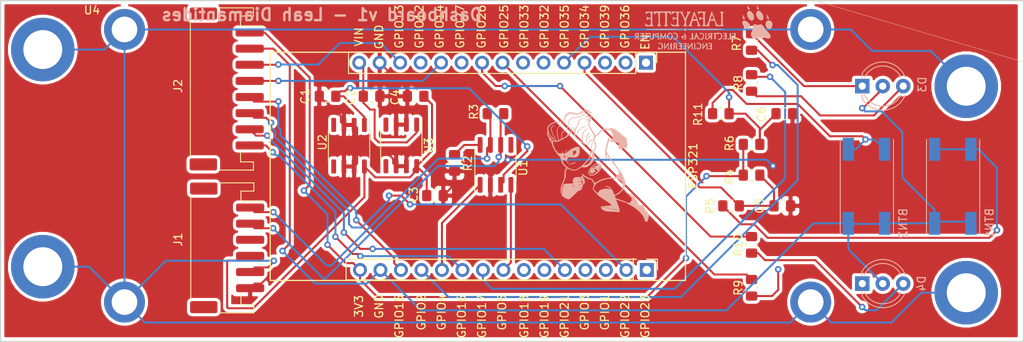
<source format=kicad_pcb>
(kicad_pcb (version 20171130) (host pcbnew "(5.1.4)-1")
  (layers (0 F.Cu signal) (31 B.Cu signal) (34 B.Paste user hide) (35 F.Paste user hide) (36 B.SilkS user) (37 F.SilkS user) (38 B.Mask user hide) (39 F.Mask user hide) (44 Edge.Cuts user))
  (net 0 "")
  (net 1 "Net-(D3-Pad1)")
  (net 2 /ESP_GND)
  (net 3 "Net-(D3-Pad3)")
  (net 4 "Net-(D4-Pad3)")
  (net 5 "Net-(D4-Pad1)")
  (net 6 /ESP_3V3)
  (net 7 /CS)
  (net 8 /~R1)
  (net 9 /BUSY)
  (net 10 /~G1)
  (net 11 /~R2)
  (net 12 /~G2)
  (net 13 /RST)
  (net 14 "Net-(ESP321-Pad27)")
  (net 15 "Net-(ESP321-Pad28)")
  (net 16 /DC)
  (net 17 "Net-(ESP321-Pad30)")
  (net 18 /DIN)
  (net 19 "Net-(ESP321-Pad12)")
  (net 20 /CLK)
  (net 21 "Net-(ESP321-Pad10)")
  (net 22 "Net-(ESP321-Pad7)")
  (net 23 "Net-(ESP321-Pad6)")
  (net 24 /BUTTON2)
  (net 25 /BUTTON1)
  (net 26 "Net-(ESP321-Pad3)")
  (net 27 "Net-(ESP321-Pad2)")
  (net 28 "Net-(ESP321-Pad1)")
  (net 29 /CANTX)
  (net 30 /GLV_RTN)
  (net 31 /GLV_5V)
  (net 32 /CANRX)
  (net 33 "Net-(U1-Pad5)")
  (net 34 /CAN_L)
  (net 35 /CAN_H)
  (net 36 /GLV_24V)
  (net 37 /ESP_BUTTON1)
  (net 38 /ESP_BUTTON2)
  (net 39 "Net-(R2-Pad2)")
  (net 40 "Net-(ESP321-Pad24)")
  (net 41 "Net-(ESP321-Pad25)")
  (net 42 /GLV_9V)
  (net 43 /CAN_SHIELD)
  (net 44 /CH_GND)
  (net 45 "Net-(U2-Pad5)")
  (net 46 "Net-(U2-Pad4)")
  (net 47 "Net-(U3-Pad4)")
  (net 48 "Net-(U3-Pad5)")
  (module Lafayette_Electric_Car_Footprints:2.9inEpaper (layer F.Cu) (at 81.25 68.55)
    (fp_text reference U4 (at -1.748 -0.097) (layer F.SilkS))
    (fp_text value 2.9epaper)
    (pad 1 thru_hole circle (at 2.286 2.286) (size 5.08 5.08) (drill 3.175) (layers *.Cu *.Mask) (net 44 /CH_GND))
    (pad 1 thru_hole circle (at 87.376 2.286) (size 5.08 5.08) (drill 3.175) (layers *.Cu *.Mask) (net 44 /CH_GND))
    (pad 1 thru_hole circle (at 87.376 36.0934) (size 5.08 5.08) (drill 3.175) (layers *.Cu *.Mask) (net 44 /CH_GND))
    (pad 1 thru_hole circle (at 2.286 36.0934) (size 5.08 5.08) (drill 3.175) (layers *.Cu *.Mask) (net 44 /CH_GND))
  )
  (module Connector_JST:JST_PH_S8B-PH-SM4-TB_1x08-1MP_P2.00mm_Horizontal (layer F.Cu) (at 96.21 78.216 270)
    (fp_text reference J2 (at -0.365 6.04 90) (layer F.SilkS))
    (fp_text value Display)
    (pad 1 smd roundrect (at -7 -2.85 270) (size 1 3.5) (layers F.Cu F.Paste F.Mask) (net 6 /ESP_3V3))
    (pad 2 smd roundrect (at -5 -2.85 270) (size 1 3.5) (layers F.Cu F.Paste F.Mask) (net 2 /ESP_GND))
    (pad 3 smd roundrect (at -3 -2.85 270) (size 1 3.5) (layers F.Cu F.Paste F.Mask) (net 18 /DIN))
    (pad 4 smd roundrect (at -1 -2.85 270) (size 1 3.5) (layers F.Cu F.Paste F.Mask) (net 20 /CLK))
    (pad 5 smd roundrect (at 1 -2.85 270) (size 1 3.5) (layers F.Cu F.Paste F.Mask) (net 7 /CS))
    (pad 6 smd roundrect (at 3 -2.85 270) (size 1 3.5) (layers F.Cu F.Paste F.Mask) (net 16 /DC))
    (pad 7 smd roundrect (at 5 -2.85 270) (size 1 3.5) (layers F.Cu F.Paste F.Mask) (net 13 /RST))
    (pad 8 smd roundrect (at 7 -2.85 270) (size 1 3.5) (layers F.Cu F.Paste F.Mask) (net 9 /BUSY))
    (pad MP smd roundrect (at -9.35 2.9 270) (size 1.5 3.4) (layers F.Cu F.Paste F.Mask) (roundrect_rratio 0.166667))
    (pad MP smd roundrect (at 9.35 2.9 270) (size 1.5 3.4) (layers F.Cu F.Paste F.Mask) (roundrect_rratio 0.166667))
  )
  (module Lafayette_Electric_Car_Footprints:ECE_Logo (layer B.Cu) (at 153 71 180)
    (fp_text reference G*** hide)
    (fp_text value LOGO hide)
  )
  (module Lafayette_Electric_Car_Footprints:dash (layer B.Cu) (at 142.24 87.63 180)
    (fp_text reference G*** hide)
    (fp_text value LOGO hide)
  )
  (module Lafayette_Electric_Car_Footprints:Paw (layer B.Cu) (at 162 70 180)
    (fp_text reference G*** hide)
    (fp_text value LOGO hide)
  )
  (module ESP32_Shield:ESP32_Devkit_DOIT_V1 (layer F.Cu) (at 101.6 73.66 270)
    (fp_text reference ESP321 (at 14.097 -52.451 90) (layer F.SilkS))
    (fp_text value ESP32_Devkit_DOIT_V1)
    (fp_text user GPIO23 (at 32.75 -46.5 90) (layer F.SilkS))
    (fp_text user GPIO22 (at 32.75 -44 90) (layer F.SilkS))
    (fp_text user GPIO1 (at 32.25 -41.5 90) (layer F.SilkS))
    (fp_text user GPIO3 (at 32.25 -39 90) (layer F.SilkS))
    (fp_text user GPIO21 (at 32.75 -36.5 90) (layer F.SilkS))
    (fp_text user GPIO19 (at 32.75 -34 90) (layer F.SilkS))
    (fp_text user GPIO18 (at 32.75 -31.5 90) (layer F.SilkS))
    (fp_text user GPIO5 (at 32.25 -28.75 90) (layer F.SilkS))
    (fp_text user GPIO17 (at 32.75 -26.25 90) (layer F.SilkS))
    (fp_text user GPIO16 (at 32.75 -23.75 90) (layer F.SilkS))
    (fp_text user GPIO4 (at 32.25 -21.25 90) (layer F.SilkS))
    (fp_text user GPIO2 (at 32.25 -18.75 90) (layer F.SilkS))
    (fp_text user GPIO15 (at 32.75 -16 90) (layer F.SilkS))
    (fp_text user 3V3 (at 31.5 -11 90) (layer F.SilkS))
    (fp_text user VIN (at -1.905 -11 90) (layer F.SilkS))
    (fp_text user GND (at 31.5 -13.5 90) (layer F.SilkS))
    (fp_text user GND (at -1.905 -13.5 90) (layer F.SilkS))
    (fp_text user GPIO13 (at -3.175 -16 90) (layer F.SilkS))
    (fp_text user GPIO12 (at -3.175 -18.5 90) (layer F.SilkS))
    (fp_text user GPIO14 (at -3.175 -21 90) (layer F.SilkS))
    (fp_text user GPIO27 (at -3.175 -23.55 90) (layer F.SilkS))
    (fp_text user GPIO26 (at -3.175 -26.2 90) (layer F.SilkS))
    (fp_text user GPIO25 (at -3.175 -29 90) (layer F.SilkS))
    (fp_text user GPIO33 (at -3.175 -31.5 90) (layer F.SilkS))
    (fp_text user GPIO32 (at -3.175 -34 90) (layer F.SilkS))
    (fp_text user GPIO35 (at -3.175 -36.5 90) (layer F.SilkS))
    (fp_text user GPIO34 (at -3.175 -39 90) (layer F.SilkS))
    (fp_text user GPIO39 (at -3.175 -41.5 90) (layer F.SilkS))
    (fp_text user GPIO36 (at -3.175 -44 90) (layer F.SilkS))
    (fp_text user EN (at -1.27 -46.5 90) (layer F.SilkS))
    (pad 16 thru_hole oval (at 27 -11.14 270) (size 1.7 1.7) (drill 1) (layers *.Cu *.Mask) (net 6 /ESP_3V3))
    (pad 17 thru_hole oval (at 27 -13.68 270) (size 1.7 1.7) (drill 1) (layers *.Cu *.Mask) (net 2 /ESP_GND))
    (pad 18 thru_hole oval (at 27 -16.22 270) (size 1.7 1.7) (drill 1) (layers *.Cu *.Mask) (net 7 /CS))
    (pad 19 thru_hole oval (at 27 -18.76 270) (size 1.7 1.7) (drill 1) (layers *.Cu *.Mask) (net 8 /~R1))
    (pad 20 thru_hole oval (at 27 -21.3 270) (size 1.7 1.7) (drill 1) (layers *.Cu *.Mask) (net 29 /CANTX))
    (pad 21 thru_hole oval (at 27 -23.84 270) (size 1.7 1.7) (drill 1) (layers *.Cu *.Mask) (net 9 /BUSY))
    (pad 22 thru_hole oval (at 27 -26.38 270) (size 1.7 1.7) (drill 1) (layers *.Cu *.Mask) (net 10 /~G1))
    (pad 23 thru_hole oval (at 27 -28.92 270) (size 1.7 1.7) (drill 1) (layers *.Cu *.Mask) (net 32 /CANRX))
    (pad 24 thru_hole oval (at 27 -31.46 270) (size 1.7 1.7) (drill 1) (layers *.Cu *.Mask) (net 40 "Net-(ESP321-Pad24)"))
    (pad 25 thru_hole oval (at 27 -34 270) (size 1.7 1.7) (drill 1) (layers *.Cu *.Mask) (net 41 "Net-(ESP321-Pad25)"))
    (pad 26 thru_hole oval (at 27 -36.54 270) (size 1.7 1.7) (drill 1) (layers *.Cu *.Mask) (net 13 /RST))
    (pad 27 thru_hole oval (at 27 -39.08 270) (size 1.7 1.7) (drill 1) (layers *.Cu *.Mask) (net 14 "Net-(ESP321-Pad27)"))
    (pad 28 thru_hole oval (at 27 -41.62 270) (size 1.7 1.7) (drill 1) (layers *.Cu *.Mask) (net 15 "Net-(ESP321-Pad28)"))
    (pad 29 thru_hole oval (at 27 -44.16 270) (size 1.7 1.7) (drill 1) (layers *.Cu *.Mask) (net 16 /DC))
    (pad 30 thru_hole rect (at 27 -46.7 270) (size 1.7 1.7) (drill 1) (layers *.Cu *.Mask) (net 17 "Net-(ESP321-Pad30)"))
    (pad 30 thru_hole rect (at 27 -46.7 270) (size 1.7 1.7) (drill 1) (layers *.Cu *.Mask) (net 17 "Net-(ESP321-Pad30)"))
    (pad 29 thru_hole oval (at 27 -44.16 270) (size 1.7 1.7) (drill 1) (layers *.Cu *.Mask) (net 16 /DC))
    (pad 28 thru_hole oval (at 27 -41.62 270) (size 1.7 1.7) (drill 1) (layers *.Cu *.Mask) (net 15 "Net-(ESP321-Pad28)"))
    (pad 27 thru_hole oval (at 27 -39.08 270) (size 1.7 1.7) (drill 1) (layers *.Cu *.Mask) (net 14 "Net-(ESP321-Pad27)"))
    (pad 26 thru_hole oval (at 27 -36.54 270) (size 1.7 1.7) (drill 1) (layers *.Cu *.Mask) (net 13 /RST))
    (pad 25 thru_hole oval (at 27 -34 270) (size 1.7 1.7) (drill 1) (layers *.Cu *.Mask) (net 41 "Net-(ESP321-Pad25)"))
    (pad 24 thru_hole oval (at 27 -31.46 270) (size 1.7 1.7) (drill 1) (layers *.Cu *.Mask) (net 40 "Net-(ESP321-Pad24)"))
    (pad 23 thru_hole oval (at 27 -28.92 270) (size 1.7 1.7) (drill 1) (layers *.Cu *.Mask) (net 32 /CANRX))
    (pad 22 thru_hole oval (at 27 -26.38 270) (size 1.7 1.7) (drill 1) (layers *.Cu *.Mask) (net 10 /~G1))
    (pad 21 thru_hole oval (at 27 -23.84 270) (size 1.7 1.7) (drill 1) (layers *.Cu *.Mask) (net 9 /BUSY))
    (pad 20 thru_hole oval (at 27 -21.3 270) (size 1.7 1.7) (drill 1) (layers *.Cu *.Mask) (net 29 /CANTX))
    (pad 19 thru_hole oval (at 27 -18.76 270) (size 1.7 1.7) (drill 1) (layers *.Cu *.Mask) (net 8 /~R1))
    (pad 18 thru_hole oval (at 27 -16.22 270) (size 1.7 1.7) (drill 1) (layers *.Cu *.Mask) (net 7 /CS))
    (pad 17 thru_hole oval (at 27 -13.68 270) (size 1.7 1.7) (drill 1) (layers *.Cu *.Mask) (net 2 /ESP_GND))
    (pad 16 thru_hole oval (at 27 -11.14 270) (size 1.7 1.7) (drill 1) (layers *.Cu *.Mask) (net 6 /ESP_3V3))
    (pad 15 thru_hole oval (at 1.3 -11.04 270) (size 1.7 1.7) (drill 1) (layers *.Cu *.Mask) (net 42 /GLV_9V))
    (pad 14 thru_hole oval (at 1.3 -13.58 270) (size 1.7 1.7) (drill 1) (layers *.Cu *.Mask) (net 30 /GLV_RTN))
    (pad 13 thru_hole oval (at 1.3 -16.12 270) (size 1.7 1.7) (drill 1) (layers *.Cu *.Mask) (net 18 /DIN))
    (pad 12 thru_hole oval (at 1.3 -18.66 270) (size 1.7 1.7) (drill 1) (layers *.Cu *.Mask) (net 19 "Net-(ESP321-Pad12)"))
    (pad 11 thru_hole oval (at 1.3 -21.2 270) (size 1.7 1.7) (drill 1) (layers *.Cu *.Mask) (net 20 /CLK))
    (pad 10 thru_hole oval (at 1.3 -23.74 270) (size 1.7 1.7) (drill 1) (layers *.Cu *.Mask) (net 21 "Net-(ESP321-Pad10)"))
    (pad 9 thru_hole oval (at 1.3 -26.28 270) (size 1.7 1.7) (drill 1) (layers *.Cu *.Mask) (net 12 /~G2))
    (pad 8 thru_hole oval (at 1.3 -28.82 270) (size 1.7 1.7) (drill 1) (layers *.Cu *.Mask) (net 11 /~R2))
    (pad 7 thru_hole oval (at 1.3 -31.36 270) (size 1.7 1.7) (drill 1) (layers *.Cu *.Mask) (net 22 "Net-(ESP321-Pad7)"))
    (pad 6 thru_hole oval (at 1.3 -33.9 270) (size 1.7 1.7) (drill 1) (layers *.Cu *.Mask) (net 23 "Net-(ESP321-Pad6)"))
    (pad 5 thru_hole oval (at 1.3 -36.44 270) (size 1.7 1.7) (drill 1) (layers *.Cu *.Mask) (net 38 /ESP_BUTTON2))
    (pad 4 thru_hole oval (at 1.3 -38.98 270) (size 1.7 1.7) (drill 1) (layers *.Cu *.Mask) (net 37 /ESP_BUTTON1))
    (pad 3 thru_hole oval (at 1.3 -41.52 270) (size 1.7 1.7) (drill 1) (layers *.Cu *.Mask) (net 26 "Net-(ESP321-Pad3)"))
    (pad 2 thru_hole oval (at 1.3 -44.06 270) (size 1.7 1.7) (drill 1) (layers *.Cu *.Mask) (net 27 "Net-(ESP321-Pad2)"))
    (pad 1 thru_hole rect (at 1.3 -46.6 270) (size 1.7 1.7) (drill 1) (layers *.Cu *.Mask) (net 28 "Net-(ESP321-Pad1)"))
    (pad 1 thru_hole rect (at 1.3 -46.6 270) (size 1.7 1.7) (drill 1) (layers *.Cu *.Mask) (net 28 "Net-(ESP321-Pad1)"))
    (pad 2 thru_hole oval (at 1.3 -44.06 270) (size 1.7 1.7) (drill 1) (layers *.Cu *.Mask) (net 27 "Net-(ESP321-Pad2)"))
    (pad 3 thru_hole oval (at 1.3 -41.52 270) (size 1.7 1.7) (drill 1) (layers *.Cu *.Mask) (net 26 "Net-(ESP321-Pad3)"))
    (pad 4 thru_hole oval (at 1.3 -38.98 270) (size 1.7 1.7) (drill 1) (layers *.Cu *.Mask) (net 37 /ESP_BUTTON1))
    (pad 5 thru_hole oval (at 1.3 -36.44 270) (size 1.7 1.7) (drill 1) (layers *.Cu *.Mask) (net 38 /ESP_BUTTON2))
    (pad 6 thru_hole oval (at 1.3 -33.9 270) (size 1.7 1.7) (drill 1) (layers *.Cu *.Mask) (net 23 "Net-(ESP321-Pad6)"))
    (pad 7 thru_hole oval (at 1.3 -31.36 270) (size 1.7 1.7) (drill 1) (layers *.Cu *.Mask) (net 22 "Net-(ESP321-Pad7)"))
    (pad 8 thru_hole oval (at 1.3 -28.82 270) (size 1.7 1.7) (drill 1) (layers *.Cu *.Mask) (net 11 /~R2))
    (pad 9 thru_hole oval (at 1.3 -26.28 270) (size 1.7 1.7) (drill 1) (layers *.Cu *.Mask) (net 12 /~G2))
    (pad 10 thru_hole oval (at 1.3 -23.74 270) (size 1.7 1.7) (drill 1) (layers *.Cu *.Mask) (net 21 "Net-(ESP321-Pad10)"))
    (pad 11 thru_hole oval (at 1.3 -21.2 270) (size 1.7 1.7) (drill 1) (layers *.Cu *.Mask) (net 20 /CLK))
    (pad 12 thru_hole oval (at 1.3 -18.66 270) (size 1.7 1.7) (drill 1) (layers *.Cu *.Mask) (net 19 "Net-(ESP321-Pad12)"))
    (pad 13 thru_hole oval (at 1.3 -16.12 270) (size 1.7 1.7) (drill 1) (layers *.Cu *.Mask) (net 18 /DIN))
    (pad 14 thru_hole oval (at 1.3 -13.58 270) (size 1.7 1.7) (drill 1) (layers *.Cu *.Mask) (net 30 /GLV_RTN))
    (pad 15 thru_hole oval (at 1.3 -11.04 270) (size 1.7 1.7) (drill 1) (layers *.Cu *.Mask) (net 42 /GLV_9V))
  )
  (module Lafayette_Electric_Car_Footprints:PushButton (layer B.Cu) (at 186.2836 90.2716 90)
    (fp_text reference BTN1 (at -4.6 4.5 90) (layer B.SilkS) (effects (justify mirror)))
    (fp_text value PushButton)
    (pad 2 smd rect (at 4.575 2.2 90) (size 2.85 1.4) (layers B.Cu B.Paste B.Mask) (net 25 /BUTTON1))
    (pad 2 smd rect (at 4.575 -2.3 90) (size 2.85 1.4) (layers B.Cu B.Paste B.Mask) (net 25 /BUTTON1))
    (pad 1 smd rect (at -4.6 -2.3 90) (size 2.85 1.4) (layers B.Cu B.Paste B.Mask) (net 2 /ESP_GND))
    (pad 1 smd rect (at -4.6 2.2 90) (size 2.85 1.4) (layers B.Cu B.Paste B.Mask) (net 2 /ESP_GND))
  )
  (module Lafayette_Electric_Car_Footprints:PushButton (layer B.Cu) (at 175.5902 90.2716 90)
    (fp_text reference BTN2 (at -4.6 4.5 90) (layer B.SilkS) (effects (justify mirror)))
    (fp_text value PushButton)
    (pad 1 smd rect (at -4.6 2.2 90) (size 2.85 1.4) (layers B.Cu B.Paste B.Mask) (net 2 /ESP_GND))
    (pad 1 smd rect (at -4.6 -2.3 90) (size 2.85 1.4) (layers B.Cu B.Paste B.Mask) (net 2 /ESP_GND))
    (pad 2 smd rect (at 4.575 -2.3 90) (size 2.85 1.4) (layers B.Cu B.Paste B.Mask) (net 24 /BUTTON2))
    (pad 2 smd rect (at 4.575 2.2 90) (size 2.85 1.4) (layers B.Cu B.Paste B.Mask) (net 24 /BUTTON2))
  )
  (module LED_THT:LED_D5.0mm-3 (layer B.Cu) (at 175.02 77.862)
    (fp_text reference D3 (at 7.44 -0.2 90) (layer B.SilkS) (effects (justify mirror)))
    (fp_text value LED_Dual_ACA)
    (pad 1 thru_hole rect (at 0 0) (size 1.8 1.8) (drill 0.9) (layers *.Cu *.Mask) (net 1 "Net-(D3-Pad1)"))
    (pad 2 thru_hole circle (at 2.54 0) (size 1.8 1.8) (drill 0.9) (layers *.Cu *.Mask) (net 2 /ESP_GND))
    (pad 3 thru_hole circle (at 5.08 0) (size 1.8 1.8) (drill 0.9) (layers *.Cu *.Mask) (net 3 "Net-(D3-Pad3)"))
  )
  (module LED_THT:LED_D5.0mm-3 (layer B.Cu) (at 175.02 102.35)
    (fp_text reference D4 (at 7.35 0 90) (layer B.SilkS) (effects (justify mirror)))
    (fp_text value LED_Dual_ACA)
    (pad 3 thru_hole circle (at 5.08 0) (size 1.8 1.8) (drill 0.9) (layers *.Cu *.Mask) (net 4 "Net-(D4-Pad3)"))
    (pad 2 thru_hole circle (at 2.54 0) (size 1.8 1.8) (drill 0.9) (layers *.Cu *.Mask) (net 2 /ESP_GND))
    (pad 1 thru_hole rect (at 0 0) (size 1.8 1.8) (drill 0.9) (layers *.Cu *.Mask) (net 5 "Net-(D4-Pad1)"))
  )
  (module Package_SO:SOIC-8_3.9x4.9mm_P1.27mm (layer F.Cu) (at 129.54 87.63 90)
    (fp_text reference U1 (at -0.381 3.429 90) (layer F.SilkS))
    (fp_text value MCP2551-I-SN)
    (pad 1 smd roundrect (at -2.475 -1.905 90) (size 1.95 0.6) (layers F.Cu F.Paste F.Mask) (net 29 /CANTX))
    (pad 2 smd roundrect (at -2.475 -0.635 90) (size 1.95 0.6) (layers F.Cu F.Paste F.Mask) (net 30 /GLV_RTN))
    (pad 3 smd roundrect (at -2.475 0.635 90) (size 1.95 0.6) (layers F.Cu F.Paste F.Mask) (net 31 /GLV_5V))
    (pad 4 smd roundrect (at -2.475 1.905 90) (size 1.95 0.6) (layers F.Cu F.Paste F.Mask) (net 32 /CANRX))
    (pad 5 smd roundrect (at 2.475 1.905 90) (size 1.95 0.6) (layers F.Cu F.Paste F.Mask) (net 33 "Net-(U1-Pad5)"))
    (pad 6 smd roundrect (at 2.475 0.635 90) (size 1.95 0.6) (layers F.Cu F.Paste F.Mask) (net 34 /CAN_L))
    (pad 7 smd roundrect (at 2.475 -0.635 90) (size 1.95 0.6) (layers F.Cu F.Paste F.Mask) (net 35 /CAN_H))
    (pad 8 smd roundrect (at 2.475 -1.905 90) (size 1.95 0.6) (layers F.Cu F.Paste F.Mask) (net 39 "Net-(R2-Pad2)"))
  )
  (module Capacitor_SMD:C_0805_2012Metric_Pad1.15x1.40mm_HandSolder (layer F.Cu) (at 165.1 92.71)
    (fp_text reference C5 (at -2.8 -0.01 90) (layer F.SilkS))
    (fp_text value .1u)
    (pad 1 smd roundrect (at -1.025 0) (size 1.15 1.4) (layers F.Cu F.Paste F.Mask) (roundrect_rratio 0.217391) (net 37 /ESP_BUTTON1))
    (pad 2 smd roundrect (at 1.025 0) (size 1.15 1.4) (layers F.Cu F.Paste F.Mask) (roundrect_rratio 0.217391) (net 30 /GLV_RTN))
  )
  (module Capacitor_SMD:C_0805_2012Metric_Pad1.15x1.40mm_HandSolder (layer F.Cu) (at 165.345 81.28)
    (fp_text reference C6 (at -2.845 0.07 90) (layer F.SilkS))
    (fp_text value .1u)
    (pad 2 smd roundrect (at 1.025 0) (size 1.15 1.4) (layers F.Cu F.Paste F.Mask) (roundrect_rratio 0.217391) (net 30 /GLV_RTN))
    (pad 1 smd roundrect (at -1.025 0) (size 1.15 1.4) (layers F.Cu F.Paste F.Mask) (roundrect_rratio 0.217391) (net 38 /ESP_BUTTON2))
  )
  (module Resistor_SMD:R_0805_2012Metric_Pad1.15x1.40mm_HandSolder (layer F.Cu) (at 124.46 87.385 90)
    (fp_text reference R2 (at -0.065 1.64 90) (layer F.SilkS))
    (fp_text value 1K)
    (pad 2 smd roundrect (at 1.025 0 90) (size 1.15 1.4) (layers F.Cu F.Paste F.Mask) (roundrect_rratio 0.217391) (net 39 "Net-(R2-Pad2)"))
    (pad 1 smd roundrect (at -1.025 0 90) (size 1.15 1.4) (layers F.Cu F.Paste F.Mask) (roundrect_rratio 0.217391) (net 30 /GLV_RTN))
  )
  (module Resistor_SMD:R_0805_2012Metric_Pad1.15x1.40mm_HandSolder (layer F.Cu) (at 129.54 81.28)
    (fp_text reference R3 (at -2.69 -0.23 90) (layer F.SilkS))
    (fp_text value 120)
    (pad 1 smd roundrect (at -1.025 0) (size 1.15 1.4) (layers F.Cu F.Paste F.Mask) (roundrect_rratio 0.217391) (net 35 /CAN_H))
    (pad 2 smd roundrect (at 1.025 0) (size 1.15 1.4) (layers F.Cu F.Paste F.Mask) (roundrect_rratio 0.217391) (net 34 /CAN_L))
  )
  (module Resistor_SMD:R_0805_2012Metric_Pad1.15x1.40mm_HandSolder (layer F.Cu) (at 161.29 88.9 180)
    (fp_text reference R4 (at 2.74 -0.2 90) (layer F.SilkS))
    (fp_text value 100k)
    (pad 2 smd roundrect (at 1.025 0 180) (size 1.15 1.4) (layers F.Cu F.Paste F.Mask) (roundrect_rratio 0.217391) (net 6 /ESP_3V3))
    (pad 1 smd roundrect (at -1.025 0 180) (size 1.15 1.4) (layers F.Cu F.Paste F.Mask) (roundrect_rratio 0.217391) (net 37 /ESP_BUTTON1))
  )
  (module Resistor_SMD:R_0805_2012Metric_Pad1.15x1.40mm_HandSolder (layer F.Cu) (at 158.75 92.71 180)
    (fp_text reference R5 (at 2.6 -0.04 90) (layer F.SilkS))
    (fp_text value 1K)
    (pad 2 smd roundrect (at 1.025 0 180) (size 1.15 1.4) (layers F.Cu F.Paste F.Mask) (roundrect_rratio 0.217391) (net 25 /BUTTON1))
    (pad 1 smd roundrect (at -1.025 0 180) (size 1.15 1.4) (layers F.Cu F.Paste F.Mask) (roundrect_rratio 0.217391) (net 37 /ESP_BUTTON1))
  )
  (module Resistor_SMD:R_0805_2012Metric_Pad1.15x1.40mm_HandSolder (layer F.Cu) (at 161.29 85.09 180)
    (fp_text reference R6 (at 2.74 0.14 90) (layer F.SilkS))
    (fp_text value 100k)
    (pad 2 smd roundrect (at 1.025 0 180) (size 1.15 1.4) (layers F.Cu F.Paste F.Mask) (roundrect_rratio 0.217391) (net 6 /ESP_3V3))
    (pad 1 smd roundrect (at -1.025 0 180) (size 1.15 1.4) (layers F.Cu F.Paste F.Mask) (roundrect_rratio 0.217391) (net 38 /ESP_BUTTON2))
  )
  (module Resistor_SMD:R_0805_2012Metric_Pad1.15x1.40mm_HandSolder (layer F.Cu) (at 161.29 72.39 270)
    (fp_text reference R7 (at 0.16 1.84 90) (layer F.SilkS))
    (fp_text value 68)
    (pad 1 smd roundrect (at -1.025 0 270) (size 1.15 1.4) (layers F.Cu F.Paste F.Mask) (roundrect_rratio 0.217391) (net 1 "Net-(D3-Pad1)"))
    (pad 2 smd roundrect (at 1.025 0 270) (size 1.15 1.4) (layers F.Cu F.Paste F.Mask) (roundrect_rratio 0.217391) (net 8 /~R1))
  )
  (module Resistor_SMD:R_0805_2012Metric_Pad1.15x1.40mm_HandSolder (layer F.Cu) (at 161.29 77.47 90)
    (fp_text reference R8 (at 0 -1.65 90) (layer F.SilkS))
    (fp_text value 750)
    (pad 2 smd roundrect (at 1.025 0 90) (size 1.15 1.4) (layers F.Cu F.Paste F.Mask) (roundrect_rratio 0.217391) (net 10 /~G1))
    (pad 1 smd roundrect (at -1.025 0 90) (size 1.15 1.4) (layers F.Cu F.Paste F.Mask) (roundrect_rratio 0.217391) (net 3 "Net-(D3-Pad3)"))
  )
  (module Resistor_SMD:R_0805_2012Metric_Pad1.15x1.40mm_HandSolder (layer F.Cu) (at 161.29 102.87 90)
    (fp_text reference R9 (at 0 -1.65 90) (layer F.SilkS))
    (fp_text value 68)
    (pad 1 smd roundrect (at -1.025 0 90) (size 1.15 1.4) (layers F.Cu F.Paste F.Mask) (roundrect_rratio 0.217391) (net 5 "Net-(D4-Pad1)"))
    (pad 2 smd roundrect (at 1.025 0 90) (size 1.15 1.4) (layers F.Cu F.Paste F.Mask) (roundrect_rratio 0.217391) (net 11 /~R2))
  )
  (module Resistor_SMD:R_0805_2012Metric_Pad1.15x1.40mm_HandSolder (layer F.Cu) (at 161.29 97.545 90)
    (fp_text reference R10 (at 0 -1.65 90) (layer F.SilkS))
    (fp_text value 750)
    (pad 1 smd roundrect (at -1.025 0 90) (size 1.15 1.4) (layers F.Cu F.Paste F.Mask) (roundrect_rratio 0.217391) (net 4 "Net-(D4-Pad3)"))
    (pad 2 smd roundrect (at 1.025 0 90) (size 1.15 1.4) (layers F.Cu F.Paste F.Mask) (roundrect_rratio 0.217391) (net 12 /~G2))
  )
  (module Resistor_SMD:R_0805_2012Metric_Pad1.15x1.40mm_HandSolder (layer F.Cu) (at 157.48 81.28 180)
    (fp_text reference R11 (at 2.83 -0.07 90) (layer F.SilkS))
    (fp_text value 1K)
    (pad 1 smd roundrect (at -1.025 0 180) (size 1.15 1.4) (layers F.Cu F.Paste F.Mask) (roundrect_rratio 0.217391) (net 38 /ESP_BUTTON2))
    (pad 2 smd roundrect (at 1.025 0 180) (size 1.15 1.4) (layers F.Cu F.Paste F.Mask) (roundrect_rratio 0.217391) (net 24 /BUTTON2))
  )
  (module Capacitor_SMD:C_0805_2012Metric_Pad1.15x1.40mm_HandSolder (layer F.Cu) (at 108.712 79.121 180)
    (fp_text reference C1 (at 2.794 0 90) (layer F.SilkS))
    (fp_text value .1u)
    (pad 2 smd roundrect (at 1.025 0 180) (size 1.15 1.4) (layers F.Cu F.Paste F.Mask) (roundrect_rratio 0.217391) (net 30 /GLV_RTN))
    (pad 1 smd roundrect (at -1.025 0 180) (size 1.15 1.4) (layers F.Cu F.Paste F.Mask) (roundrect_rratio 0.217391) (net 31 /GLV_5V))
  )
  (module Capacitor_SMD:C_0805_2012Metric_Pad1.15x1.40mm_HandSolder (layer F.Cu) (at 114.173 79.121)
    (fp_text reference C2 (at -2.54 0.127 90) (layer F.SilkS))
    (fp_text value .1u)
    (pad 2 smd roundrect (at 1.025 0) (size 1.15 1.4) (layers F.Cu F.Paste F.Mask) (roundrect_rratio 0.217391) (net 30 /GLV_RTN))
    (pad 1 smd roundrect (at -1.025 0) (size 1.15 1.4) (layers F.Cu F.Paste F.Mask) (roundrect_rratio 0.217391) (net 42 /GLV_9V))
  )
  (module Capacitor_SMD:C_0805_2012Metric_Pad1.15x1.40mm_HandSolder (layer F.Cu) (at 122.038 91.44)
    (fp_text reference C3 (at -2.658 -0.127 90) (layer F.SilkS))
    (fp_text value .33u)
    (pad 1 smd roundrect (at -1.025 0) (size 1.15 1.4) (layers F.Cu F.Paste F.Mask) (roundrect_rratio 0.217391) (net 36 /GLV_24V))
    (pad 2 smd roundrect (at 1.025 0) (size 1.15 1.4) (layers F.Cu F.Paste F.Mask) (roundrect_rratio 0.217391) (net 30 /GLV_RTN))
  )
  (module Capacitor_SMD:C_0805_2012Metric_Pad1.15x1.40mm_HandSolder (layer F.Cu) (at 119.634 79.121 180)
    (fp_text reference C4 (at 2.54 -0.127 90) (layer F.SilkS))
    (fp_text value .33u)
    (pad 1 smd roundrect (at -1.025 0 180) (size 1.15 1.4) (layers F.Cu F.Paste F.Mask) (roundrect_rratio 0.217391) (net 36 /GLV_24V))
    (pad 2 smd roundrect (at 1.025 0 180) (size 1.15 1.4) (layers F.Cu F.Paste F.Mask) (roundrect_rratio 0.217391) (net 30 /GLV_RTN))
  )
  (module Connector_JST:JST_PH_S6B-PH-SM4-TB_1x06-1MP_P2.00mm_Horizontal (layer F.Cu) (at 96.266 97.917 270)
    (fp_text reference J1 (at -1.016 6.096 90) (layer F.SilkS))
    (fp_text value GLV/CAN)
    (pad 1 smd roundrect (at -5 -2.85 270) (size 1 3.5) (layers F.Cu F.Paste F.Mask) (net 35 /CAN_H))
    (pad 2 smd roundrect (at -3 -2.85 270) (size 1 3.5) (layers F.Cu F.Paste F.Mask) (net 34 /CAN_L))
    (pad 3 smd roundrect (at -1 -2.85 270) (size 1 3.5) (layers F.Cu F.Paste F.Mask) (net 43 /CAN_SHIELD))
    (pad 4 smd roundrect (at 1 -2.85 270) (size 1 3.5) (layers F.Cu F.Paste F.Mask) (net 36 /GLV_24V))
    (pad 5 smd roundrect (at 3 -2.85 270) (size 1 3.5) (layers F.Cu F.Paste F.Mask) (net 44 /CH_GND))
    (pad 6 smd roundrect (at 5 -2.85 270) (size 1 3.5) (layers F.Cu F.Paste F.Mask) (net 30 /GLV_RTN))
    (pad MP smd roundrect (at -7.35 2.9 270) (size 1.5 3.4) (layers F.Cu F.Paste F.Mask) (roundrect_rratio 0.166667))
    (pad MP smd roundrect (at 7.35 2.9 270) (size 1.5 3.4) (layers F.Cu F.Paste F.Mask) (roundrect_rratio 0.166667))
  )
  (module Package_SO:SO-8_3.9x4.9mm_P1.27mm (layer F.Cu) (at 111.379 85.252 270)
    (fp_text reference U2 (at -0.416 3.302 90) (layer F.SilkS))
    (fp_text value L78L05CD13TR)
    (pad 8 smd roundrect (at 2.575 -1.905 270) (size 1.75 0.6) (layers F.Cu F.Paste F.Mask) (net 36 /GLV_24V))
    (pad 7 smd roundrect (at 2.575 -0.635 270) (size 1.75 0.6) (layers F.Cu F.Paste F.Mask) (net 30 /GLV_RTN))
    (pad 6 smd roundrect (at 2.575 0.635 270) (size 1.75 0.6) (layers F.Cu F.Paste F.Mask) (net 30 /GLV_RTN))
    (pad 5 smd roundrect (at 2.575 1.905 270) (size 1.75 0.6) (layers F.Cu F.Paste F.Mask) (net 45 "Net-(U2-Pad5)"))
    (pad 4 smd roundrect (at -2.575 1.905 270) (size 1.75 0.6) (layers F.Cu F.Paste F.Mask) (net 46 "Net-(U2-Pad4)"))
    (pad 3 smd roundrect (at -2.575 0.635 270) (size 1.75 0.6) (layers F.Cu F.Paste F.Mask) (net 30 /GLV_RTN))
    (pad 2 smd roundrect (at -2.575 -0.635 270) (size 1.75 0.6) (layers F.Cu F.Paste F.Mask) (net 30 /GLV_RTN))
    (pad 1 smd roundrect (at -2.575 -1.905 270) (size 1.75 0.6) (layers F.Cu F.Paste F.Mask) (net 31 /GLV_5V))
  )
  (module Package_SO:SO-8_3.9x4.9mm_P1.27mm (layer F.Cu) (at 117.856 85.217 270)
    (fp_text reference U3 (at 0 -3.4 90) (layer F.SilkS))
    (fp_text value L78L09CD13TR)
    (pad 1 smd roundrect (at -2.575 -1.905 270) (size 1.75 0.6) (layers F.Cu F.Paste F.Mask) (net 42 /GLV_9V))
    (pad 2 smd roundrect (at -2.575 -0.635 270) (size 1.75 0.6) (layers F.Cu F.Paste F.Mask) (net 30 /GLV_RTN))
    (pad 3 smd roundrect (at -2.575 0.635 270) (size 1.75 0.6) (layers F.Cu F.Paste F.Mask) (net 30 /GLV_RTN))
    (pad 4 smd roundrect (at -2.575 1.905 270) (size 1.75 0.6) (layers F.Cu F.Paste F.Mask) (net 47 "Net-(U3-Pad4)"))
    (pad 5 smd roundrect (at 2.575 1.905 270) (size 1.75 0.6) (layers F.Cu F.Paste F.Mask) (net 48 "Net-(U3-Pad5)"))
    (pad 6 smd roundrect (at 2.575 0.635 270) (size 1.75 0.6) (layers F.Cu F.Paste F.Mask) (net 30 /GLV_RTN))
    (pad 7 smd roundrect (at 2.575 -0.635 270) (size 1.75 0.6) (layers F.Cu F.Paste F.Mask) (net 30 /GLV_RTN))
    (pad 8 smd roundrect (at 2.575 -1.905 270) (size 1.75 0.6) (layers F.Cu F.Paste F.Mask) (net 36 /GLV_24V))
  )
  (module MountingHole:MountingHole_5mm (layer F.Cu) (at 73.406 73.3298)
    (fp_text reference H1 hide)
    (fp_text value MountingHole_Pad)
    (pad 1 thru_hole circle (at 0 0) (size 7.874 7.874) (drill 4.826) (layers *.Cu *.Mask) (net 44 /CH_GND))
  )
  (module MountingHole:MountingHole_5mm (layer F.Cu) (at 73.406 100.2538)
    (fp_text reference H2 hide)
    (fp_text value MountingHole_Pad)
    (pad 1 thru_hole circle (at 0 0) (size 7.874 7.874) (drill 4.826) (layers *.Cu *.Mask) (net 44 /CH_GND))
  )
  (module MountingHole:MountingHole_5mm (layer F.Cu) (at 187.9092 77.8764)
    (fp_text reference H3 hide)
    (fp_text value MountingHole_Pad)
    (pad 1 thru_hole circle (at 0 0) (size 7.874 7.874) (drill 4.826) (layers *.Cu *.Mask) (net 44 /CH_GND))
  )
  (module MountingHole:MountingHole_5mm (layer F.Cu) (at 187.9092 103.4796)
    (fp_text reference H4 hide)
    (fp_text value MountingHole_Pad)
    (pad 1 thru_hole circle (at 0 0) (size 7.874 7.874) (drill 4.826) (layers *.Cu *.Mask) (net 44 /CH_GND))
  )
  (gr_line (start 169.164 67.2592) (end 195.0212 74.8792) (layer B.SilkS) (width 0.05))
  (gr_line (start 195.0212 74.8792) (end 195.0212 67.2592) (layer Edge.Cuts) (width 0.15))
  (gr_line (start 169.164 67.2592) (end 195.0212 67.2592) (layer Edge.Cuts) (width 0.15))
  (gr_text "Dashboard v1 - Leah Diamantides" (at 108 69) (layer B.SilkS) (effects (font (size 1.5 1.5) (thickness 0.3)) (justify mirror)))
  (gr_line (start 195.0212 109.5248) (end 195.0212 74.8792) (layer Edge.Cuts) (width 0.15))
  (gr_line (start 68.1736 67.2592) (end 169.164 67.2592) (layer Edge.Cuts) (width 0.15))
  (gr_line (start 68.1736 109.5248) (end 68.1736 67.2592) (layer Edge.Cuts) (width 0.15))
  (gr_line (start 195.0212 109.5248) (end 68.1736 109.5248) (layer Edge.Cuts) (width 0.15))
  (segment (start 167.787 77.862) (end 175.02 77.862) (width 0.25) (layer F.Cu) (net 1))
  (segment (start 161.29 71.365) (end 167.787 77.862) (width 0.25) (layer F.Cu) (net 1))
  (segment (start 99.06 73.216) (end 101.988882 73.216) (width 0.25) (layer F.Cu) (net 2))
  (segment (start 101.988882 73.216) (end 104.030001 75.257119) (width 0.25) (layer F.Cu) (net 2))
  (segment (start 113.58598 102.35402) (end 114.430001 101.509999) (width 0.25) (layer B.Cu) (net 2))
  (segment (start 179.990999 83.548999) (end 179.990999 89.203999) (width 0.25) (layer B.Cu) (net 2))
  (segment (start 179.990999 89.203999) (end 183.9836 93.1966) (width 0.25) (layer B.Cu) (net 2))
  (segment (start 114.430001 101.509999) (end 115.28 100.66) (width 0.25) (layer B.Cu) (net 2))
  (segment (start 172.3364 94.8716) (end 173.2902 94.8716) (width 0.25) (layer B.Cu) (net 2))
  (segment (start 183.9836 93.1966) (end 183.9836 94.8716) (width 0.25) (layer B.Cu) (net 2))
  (segment (start 177.7902 94.8716) (end 183.9836 94.8716) (width 0.25) (layer B.Cu) (net 2))
  (segment (start 158.171118 105.664) (end 120.284 105.664) (width 0.25) (layer B.Cu) (net 2))
  (segment (start 173.3 94.223) (end 173.3 94.948) (width 0.25) (layer B.Cu) (net 2))
  (segment (start 174.25 94.948) (end 177.8 94.948) (width 0.25) (layer B.Cu) (net 2))
  (segment (start 173.3 94.948) (end 174.25 94.948) (width 0.25) (layer B.Cu) (net 2))
  (segment (start 184.75 94.668) (end 188.3 94.668) (width 0.25) (layer B.Cu) (net 2))
  (segment (start 183.8 94.668) (end 184.75 94.668) (width 0.25) (layer B.Cu) (net 2))
  (segment (start 120.284 105.664) (end 115.28 100.66) (width 0.25) (layer B.Cu) (net 2))
  (segment (start 113.58598 102.35402) (end 107.18002 102.35402) (width 0.25) (layer B.Cu) (net 2))
  (via (at 103.124 98.298) (size 0.8) (drill 0.4) (layers F.Cu B.Cu) (net 2))
  (segment (start 107.18002 102.35402) (end 103.124 98.298) (width 0.25) (layer B.Cu) (net 2))
  (segment (start 104.030001 97.391999) (end 104.030001 75.257119) (width 0.25) (layer F.Cu) (net 2))
  (segment (start 103.124 98.298) (end 104.030001 97.391999) (width 0.25) (layer F.Cu) (net 2))
  (segment (start 176.960001 78.761999) (end 177.86 77.862) (width 0.25) (layer F.Cu) (net 2))
  (segment (start 175.841628 79.880372) (end 176.960001 78.761999) (width 0.25) (layer F.Cu) (net 2))
  (segment (start 175.841628 79.880372) (end 175.819628 79.880372) (width 0.25) (layer F.Cu) (net 2))
  (via (at 175 80.594) (size 0.8) (drill 0.4) (layers F.Cu B.Cu) (net 2))
  (segment (start 175.819628 79.880372) (end 175.106 80.594) (width 0.25) (layer F.Cu) (net 2))
  (segment (start 175.106 80.594) (end 175 80.594) (width 0.25) (layer F.Cu) (net 2))
  (segment (start 177.435999 80.993999) (end 179.990999 83.548999) (width 0.25) (layer B.Cu) (net 2))
  (segment (start 175.399999 80.993999) (end 177.435999 80.993999) (width 0.25) (layer B.Cu) (net 2))
  (segment (start 175 80.594) (end 175.399999 80.993999) (width 0.25) (layer B.Cu) (net 2))
  (segment (start 168.963518 94.8716) (end 168.317559 95.517559) (width 0.25) (layer B.Cu) (net 2))
  (segment (start 173.2902 94.8716) (end 168.963518 94.8716) (width 0.25) (layer B.Cu) (net 2))
  (segment (start 168.317559 95.517559) (end 158.171118 105.664) (width 0.25) (layer B.Cu) (net 2))
  (segment (start 173.2902 98.0802) (end 173.2902 94.8716) (width 0.25) (layer B.Cu) (net 2))
  (segment (start 177.56 102.35) (end 173.2902 98.0802) (width 0.25) (layer B.Cu) (net 2))
  (segment (start 161.29 78.495) (end 161.913372 79.118372) (width 0.25) (layer F.Cu) (net 3))
  (segment (start 161.913372 79.118372) (end 167.418372 79.118372) (width 0.25) (layer F.Cu) (net 3))
  (segment (start 167.418372 79.118372) (end 169.8 81.5) (width 0.25) (layer F.Cu) (net 3))
  (segment (start 176.462 81.5) (end 180.1 77.862) (width 0.25) (layer F.Cu) (net 3))
  (segment (start 169.8 81.5) (end 176.462 81.5) (width 0.25) (layer F.Cu) (net 3))
  (segment (start 170.18 103.124) (end 169.672 102.616) (width 0.25) (layer B.Cu) (net 44))
  (via (at 175 105.25) (size 0.8) (drill 0.4) (layers F.Cu B.Cu) (net 4))
  (segment (start 176.800001 105.649999) (end 176.975 105.475) (width 0.25) (layer B.Cu) (net 4))
  (segment (start 175.399999 105.649999) (end 176.800001 105.649999) (width 0.25) (layer B.Cu) (net 4))
  (segment (start 175 105.25) (end 175.399999 105.649999) (width 0.25) (layer B.Cu) (net 4))
  (segment (start 176.826 105.624) (end 176.975 105.475) (width 0.25) (layer B.Cu) (net 4))
  (segment (start 176.975 105.475) (end 180.1 102.35) (width 0.25) (layer B.Cu) (net 4))
  (segment (start 169.193372 99.443372) (end 175 105.25) (width 0.25) (layer F.Cu) (net 4))
  (segment (start 162.963372 99.443372) (end 169.193372 99.443372) (width 0.25) (layer F.Cu) (net 4))
  (segment (start 162.09 98.57) (end 162.963372 99.443372) (width 0.25) (layer F.Cu) (net 4))
  (segment (start 161.29 98.57) (end 162.09 98.57) (width 0.25) (layer F.Cu) (net 4))
  (segment (start 164.592 103.124) (end 163.821 103.895) (width 0.25) (layer F.Cu) (net 5))
  (segment (start 164.592 100.584) (end 164.592 103.124) (width 0.25) (layer F.Cu) (net 5))
  (segment (start 163.821 103.895) (end 161.29 103.895) (width 0.25) (layer F.Cu) (net 5))
  (via (at 164.592 100.584) (size 0.8) (drill 0.4) (layers F.Cu B.Cu) (net 5))
  (segment (start 174.286 103.084) (end 175.02 102.35) (width 0.25) (layer B.Cu) (net 5))
  (segment (start 114.890919 104.013) (end 148.336 104.013) (width 0.25) (layer F.Cu) (net 6))
  (segment (start 148.336 104.013) (end 153.162 99.187) (width 0.25) (layer F.Cu) (net 6))
  (segment (start 112.74 101.862081) (end 114.890919 104.013) (width 0.25) (layer F.Cu) (net 6))
  (segment (start 112.74 100.66) (end 112.74 101.862081) (width 0.25) (layer F.Cu) (net 6))
  (segment (start 153.162 99.441) (end 153.162 99.187) (width 0.25) (layer F.Cu) (net 6))
  (segment (start 155.702 89.027) (end 160.138 89.027) (width 0.25) (layer F.Cu) (net 6))
  (segment (start 160.138 89.027) (end 160.265 88.9) (width 0.25) (layer F.Cu) (net 6))
  (segment (start 153.162 91.567) (end 155.702 89.027) (width 0.25) (layer B.Cu) (net 6))
  (via (at 155.702 89.027) (size 0.8) (drill 0.4) (layers F.Cu B.Cu) (net 6))
  (segment (start 153.162 99.187) (end 153.162 91.567) (width 0.25) (layer B.Cu) (net 6))
  (via (at 153.162 99.187) (size 0.8) (drill 0.4) (layers F.Cu B.Cu) (net 6))
  (segment (start 160.265 85.09) (end 160.265 88.9) (width 0.25) (layer F.Cu) (net 6))
  (segment (start 110.986001 99.810001) (end 108.712 97.536) (width 0.25) (layer F.Cu) (net 6))
  (via (at 108.712 97.536) (size 0.8) (drill 0.4) (layers F.Cu B.Cu) (net 6))
  (segment (start 112.74 100.66) (end 111.890001 99.810001) (width 0.25) (layer F.Cu) (net 6))
  (segment (start 111.890001 99.810001) (end 110.986001 99.810001) (width 0.25) (layer F.Cu) (net 6))
  (segment (start 106.180277 91.215721) (end 105.780278 90.815722) (width 0.25) (layer B.Cu) (net 6))
  (segment (start 99.06 71.216) (end 100.91 71.216) (width 0.25) (layer F.Cu) (net 6))
  (segment (start 100.91 71.216) (end 106.497777 76.803777) (width 0.25) (layer F.Cu) (net 6))
  (segment (start 106.497777 90.098223) (end 106.180277 90.415723) (width 0.25) (layer F.Cu) (net 6))
  (segment (start 106.180277 90.415723) (end 105.780278 90.815722) (width 0.25) (layer F.Cu) (net 6))
  (segment (start 108.712 97.536) (end 108.712 93.747444) (width 0.25) (layer B.Cu) (net 6))
  (segment (start 106.497777 76.803777) (end 106.497777 90.098223) (width 0.25) (layer F.Cu) (net 6))
  (segment (start 108.712 93.747444) (end 106.180277 91.215721) (width 0.25) (layer B.Cu) (net 6))
  (via (at 105.780278 90.815722) (size 0.8) (drill 0.4) (layers F.Cu B.Cu) (net 6))
  (via (at 102.616 79.756) (size 0.8) (drill 0.4) (layers F.Cu B.Cu) (net 7))
  (segment (start 102.58529 79.78671) (end 102.616 79.756) (width 0.25) (layer F.Cu) (net 7))
  (segment (start 99.06 79.216) (end 99.63071 79.78671) (width 0.25) (layer F.Cu) (net 7))
  (segment (start 99.63071 79.78671) (end 102.58529 79.78671) (width 0.25) (layer F.Cu) (net 7))
  (via (at 112.281021 94.487991) (size 0.8) (drill 0.4) (layers F.Cu B.Cu) (net 7))
  (segment (start 116.970001 99.176971) (end 112.281021 94.487991) (width 0.25) (layer F.Cu) (net 7))
  (segment (start 116.970001 99.810001) (end 116.970001 99.176971) (width 0.25) (layer F.Cu) (net 7))
  (segment (start 117.82 100.66) (end 116.970001 99.810001) (width 0.25) (layer F.Cu) (net 7))
  (segment (start 112.281021 93.358021) (end 112.281021 93.922306) (width 0.25) (layer B.Cu) (net 7))
  (segment (start 102.616 82.983732) (end 102.883013 83.250745) (width 0.25) (layer B.Cu) (net 7))
  (segment (start 112.281021 93.922306) (end 112.281021 94.487991) (width 0.25) (layer B.Cu) (net 7))
  (segment (start 102.883013 83.250745) (end 102.883013 83.960013) (width 0.25) (layer B.Cu) (net 7))
  (segment (start 102.883013 83.960013) (end 112.281021 93.358021) (width 0.25) (layer B.Cu) (net 7))
  (segment (start 102.616 79.756) (end 102.616 82.983732) (width 0.25) (layer B.Cu) (net 7))
  (segment (start 163.892361 75.248639) (end 162.058722 73.415) (width 0.25) (layer F.Cu) (net 8))
  (segment (start 162.058722 73.415) (end 161.29 73.415) (width 0.25) (layer F.Cu) (net 8))
  (segment (start 164.529639 75.248639) (end 163.892361 75.248639) (width 0.25) (layer B.Cu) (net 8))
  (segment (start 167.005 77.724) (end 164.529639 75.248639) (width 0.25) (layer B.Cu) (net 8))
  (via (at 163.892361 75.248639) (size 0.8) (drill 0.4) (layers F.Cu B.Cu) (net 8))
  (segment (start 167.005 89.535) (end 167.005 77.724) (width 0.25) (layer B.Cu) (net 8))
  (segment (start 152.527 104.013) (end 167.005 89.535) (width 0.25) (layer B.Cu) (net 8))
  (segment (start 120.36 100.66) (end 123.713 104.013) (width 0.25) (layer B.Cu) (net 8))
  (segment (start 123.713 104.013) (end 152.527 104.013) (width 0.25) (layer B.Cu) (net 8))
  (segment (start 112.776 98.95) (end 123.73 98.95) (width 0.25) (layer B.Cu) (net 9))
  (segment (start 123.73 98.95) (end 125.44 100.66) (width 0.25) (layer B.Cu) (net 9))
  (segment (start 112.514626 98.688626) (end 112.776 98.95) (width 0.25) (layer F.Cu) (net 9))
  (segment (start 112.514626 98.675008) (end 112.514626 98.688626) (width 0.25) (layer F.Cu) (net 9))
  (via (at 112.776 98.95) (size 0.8) (drill 0.4) (layers F.Cu B.Cu) (net 9))
  (segment (start 109.68768 96.54016) (end 111.822528 98.675008) (width 0.25) (layer F.Cu) (net 9))
  (segment (start 111.822528 98.675008) (end 112.514626 98.675008) (width 0.25) (layer F.Cu) (net 9))
  (segment (start 109.68768 96.47968) (end 109.68768 96.54016) (width 0.25) (layer B.Cu) (net 9))
  (via (at 109.68768 96.54016) (size 0.8) (drill 0.4) (layers F.Cu B.Cu) (net 9))
  (segment (start 102.308469 86.451529) (end 101.90847 86.05153) (width 0.25) (layer B.Cu) (net 9))
  (segment (start 102.697377 86.451529) (end 102.308469 86.451529) (width 0.25) (layer B.Cu) (net 9))
  (segment (start 109.68768 93.441832) (end 102.697377 86.451529) (width 0.25) (layer B.Cu) (net 9))
  (segment (start 109.68768 96.54016) (end 109.68768 93.441832) (width 0.25) (layer B.Cu) (net 9))
  (segment (start 101.508471 85.651531) (end 101.90847 86.05153) (width 0.25) (layer F.Cu) (net 9))
  (segment (start 101.07294 85.216) (end 101.508471 85.651531) (width 0.25) (layer F.Cu) (net 9))
  (segment (start 99.06 85.216) (end 101.07294 85.216) (width 0.25) (layer F.Cu) (net 9))
  (via (at 101.90847 86.05153) (size 0.8) (drill 0.4) (layers F.Cu B.Cu) (net 9))
  (segment (start 163.576 76.708) (end 161.553 76.708) (width 0.25) (layer F.Cu) (net 10))
  (segment (start 161.553 76.708) (end 161.29 76.445) (width 0.25) (layer F.Cu) (net 10))
  (segment (start 165.457681 78.589681) (end 163.576 76.708) (width 0.25) (layer B.Cu) (net 10))
  (via (at 163.576 76.708) (size 0.8) (drill 0.4) (layers F.Cu B.Cu) (net 10))
  (segment (start 151.765 102.997) (end 165.457681 89.304319) (width 0.25) (layer B.Cu) (net 10))
  (segment (start 165.457681 89.304319) (end 165.457681 78.589681) (width 0.25) (layer B.Cu) (net 10))
  (segment (start 129.114919 102.997) (end 151.765 102.997) (width 0.25) (layer B.Cu) (net 10))
  (segment (start 127.98 100.66) (end 127.98 101.862081) (width 0.25) (layer B.Cu) (net 10))
  (segment (start 127.98 101.862081) (end 129.114919 102.997) (width 0.25) (layer B.Cu) (net 10))
  (segment (start 161.29 101.845) (end 160.666628 101.221628) (width 0.25) (layer F.Cu) (net 11))
  (segment (start 160.666628 101.221628) (end 156.681628 101.221628) (width 0.25) (layer F.Cu) (net 11))
  (segment (start 156.681628 101.221628) (end 131.269999 75.809999) (width 0.25) (layer F.Cu) (net 11))
  (segment (start 131.269999 75.809999) (end 130.42 74.96) (width 0.25) (layer F.Cu) (net 11))
  (segment (start 137.541 77.851) (end 156.21 96.52) (width 0.25) (layer F.Cu) (net 12))
  (segment (start 156.21 96.52) (end 161.29 96.52) (width 0.25) (layer F.Cu) (net 12))
  (via (at 137.541 77.851) (size 0.8) (drill 0.4) (layers F.Cu B.Cu) (net 12))
  (segment (start 130.683 77.851) (end 137.541 77.851) (width 0.25) (layer B.Cu) (net 12))
  (segment (start 129.568919 77.851) (end 130.683 77.851) (width 0.25) (layer F.Cu) (net 12))
  (via (at 130.683 77.851) (size 0.8) (drill 0.4) (layers F.Cu B.Cu) (net 12))
  (segment (start 127.88 74.96) (end 127.88 76.162081) (width 0.25) (layer F.Cu) (net 12))
  (segment (start 127.88 76.162081) (end 129.568919 77.851) (width 0.25) (layer F.Cu) (net 12))
  (segment (start 114.3 98.044) (end 135.524 98.044) (width 0.25) (layer B.Cu) (net 13))
  (segment (start 135.524 98.044) (end 138.14 100.66) (width 0.25) (layer B.Cu) (net 13))
  (segment (start 112.776 98.044) (end 114.3 98.044) (width 0.25) (layer F.Cu) (net 13))
  (via (at 114.3 98.044) (size 0.8) (drill 0.4) (layers F.Cu B.Cu) (net 13))
  (segment (start 110.744 96.012) (end 112.776 98.044) (width 0.25) (layer F.Cu) (net 13))
  (via (at 110.744 96.012) (size 0.8) (drill 0.4) (layers F.Cu B.Cu) (net 13))
  (segment (start 110.744 93.605768) (end 101.631487 84.493255) (width 0.25) (layer B.Cu) (net 13))
  (via (at 101.231488 84.002146) (size 0.8) (drill 0.4) (layers F.Cu B.Cu) (net 13))
  (segment (start 101.631487 84.493255) (end 101.631487 84.402145) (width 0.25) (layer B.Cu) (net 13))
  (segment (start 100.665803 84.002146) (end 101.231488 84.002146) (width 0.25) (layer F.Cu) (net 13))
  (segment (start 110.744 96.012) (end 110.744 93.605768) (width 0.25) (layer B.Cu) (net 13))
  (segment (start 99.846146 84.002146) (end 100.665803 84.002146) (width 0.25) (layer F.Cu) (net 13))
  (segment (start 99.06 83.216) (end 99.846146 84.002146) (width 0.25) (layer F.Cu) (net 13))
  (segment (start 101.631487 84.402145) (end 101.231488 84.002146) (width 0.25) (layer B.Cu) (net 13))
  (segment (start 118.942831 92.526831) (end 137.626831 92.526831) (width 0.25) (layer B.Cu) (net 16))
  (segment (start 137.626831 92.526831) (end 145.76 100.66) (width 0.25) (layer B.Cu) (net 16))
  (segment (start 117.856 91.44) (end 118.942831 92.526831) (width 0.25) (layer F.Cu) (net 16))
  (via (at 118.942831 92.526831) (size 0.8) (drill 0.4) (layers F.Cu B.Cu) (net 16))
  (segment (start 116.332 91.44) (end 117.856 91.44) (width 0.25) (layer F.Cu) (net 16))
  (via (at 116.332 91.44) (size 0.8) (drill 0.4) (layers F.Cu B.Cu) (net 16))
  (via (at 101.70999 82.398725) (size 0.8) (drill 0.4) (layers F.Cu B.Cu) (net 16))
  (segment (start 99.63071 81.78671) (end 101.097975 81.78671) (width 0.25) (layer F.Cu) (net 16))
  (segment (start 101.309991 81.998726) (end 101.70999 82.398725) (width 0.25) (layer F.Cu) (net 16))
  (segment (start 99.06 81.216) (end 99.63071 81.78671) (width 0.25) (layer F.Cu) (net 16))
  (segment (start 101.097975 81.78671) (end 101.309991 81.998726) (width 0.25) (layer F.Cu) (net 16))
  (segment (start 101.70999 82.970106) (end 101.70999 82.96441) (width 0.25) (layer B.Cu) (net 16))
  (segment (start 101.70999 82.96441) (end 101.70999 82.398725) (width 0.25) (layer B.Cu) (net 16))
  (segment (start 112.943684 95.394001) (end 111.780385 95.394001) (width 0.25) (layer B.Cu) (net 16))
  (segment (start 102.252002 84.221386) (end 102.252002 83.512118) (width 0.25) (layer B.Cu) (net 16))
  (segment (start 111.375011 94.988627) (end 111.37501 93.344394) (width 0.25) (layer B.Cu) (net 16))
  (segment (start 116.332 91.44) (end 116.332 92.005685) (width 0.25) (layer B.Cu) (net 16))
  (segment (start 111.780385 95.394001) (end 111.375011 94.988627) (width 0.25) (layer B.Cu) (net 16))
  (segment (start 102.252002 83.512118) (end 101.70999 82.970106) (width 0.25) (layer B.Cu) (net 16))
  (segment (start 116.332 92.005685) (end 112.943684 95.394001) (width 0.25) (layer B.Cu) (net 16))
  (segment (start 111.37501 93.344394) (end 102.252002 84.221386) (width 0.25) (layer B.Cu) (net 16))
  (segment (start 102.584 75.216) (end 102.616 75.184) (width 0.25) (layer F.Cu) (net 18))
  (segment (start 99.06 75.216) (end 102.584 75.216) (width 0.25) (layer F.Cu) (net 18))
  (via (at 102.616 75.184) (size 0.8) (drill 0.4) (layers F.Cu B.Cu) (net 18))
  (segment (start 115.277 72.517) (end 117.72 74.96) (width 0.25) (layer B.Cu) (net 18))
  (segment (start 110.236 72.517) (end 115.277 72.517) (width 0.25) (layer B.Cu) (net 18))
  (segment (start 102.616 75.184) (end 107.569 75.184) (width 0.25) (layer B.Cu) (net 18))
  (segment (start 107.569 75.184) (end 110.236 72.517) (width 0.25) (layer B.Cu) (net 18))
  (via (at 102.616 77.216) (size 0.8) (drill 0.4) (layers F.Cu B.Cu) (net 20))
  (segment (start 99.06 77.216) (end 102.616 77.216) (width 0.25) (layer F.Cu) (net 20))
  (segment (start 120.544 77.216) (end 122.8 74.96) (width 0.25) (layer B.Cu) (net 20))
  (segment (start 102.616 77.216) (end 120.544 77.216) (width 0.25) (layer B.Cu) (net 20))
  (via (at 175.42 84.478) (size 0.8) (drill 0.4) (layers F.Cu B.Cu) (net 24))
  (segment (start 174.2014 85.6966) (end 173.2902 85.6966) (width 0.25) (layer B.Cu) (net 24))
  (segment (start 175.42 84.478) (end 174.2014 85.6966) (width 0.25) (layer B.Cu) (net 24))
  (segment (start 176.5716 84.478) (end 177.7902 85.6966) (width 0.25) (layer B.Cu) (net 24))
  (segment (start 175.42 84.478) (end 176.5716 84.478) (width 0.25) (layer B.Cu) (net 24))
  (segment (start 175.42 84.478) (end 175.020001 84.078001) (width 0.25) (layer F.Cu) (net 24))
  (segment (start 175.020001 84.078001) (end 171.012163 84.078001) (width 0.25) (layer F.Cu) (net 24))
  (segment (start 156.455 79.948118) (end 156.455 81.28) (width 0.25) (layer F.Cu) (net 24))
  (segment (start 171.012163 84.078001) (end 167.008152 80.07399) (width 0.25) (layer F.Cu) (net 24))
  (segment (start 158.070119 78.332999) (end 156.455 79.948118) (width 0.25) (layer F.Cu) (net 24))
  (segment (start 167.008152 80.07399) (end 160.680872 80.07399) (width 0.25) (layer F.Cu) (net 24))
  (segment (start 160.680872 80.07399) (end 158.939881 78.332999) (width 0.25) (layer F.Cu) (net 24))
  (segment (start 158.939881 78.332999) (end 158.070119 78.332999) (width 0.25) (layer F.Cu) (net 24))
  (segment (start 189.4336 85.6966) (end 188.4836 85.6966) (width 0.25) (layer B.Cu) (net 25))
  (segment (start 188.4836 85.6966) (end 183.9836 85.6966) (width 0.25) (layer B.Cu) (net 25))
  (via (at 191.72 95.728) (size 0.8) (drill 0.4) (layers F.Cu B.Cu) (net 25))
  (segment (start 191.72 95.728) (end 191.72 87.983) (width 0.25) (layer B.Cu) (net 25))
  (segment (start 191.72 87.983) (end 189.4336 85.6966) (width 0.25) (layer B.Cu) (net 25))
  (segment (start 157.725 92.71) (end 160.011 94.996) (width 0.25) (layer F.Cu) (net 25))
  (segment (start 163.288162 96.674) (end 190.774 96.674) (width 0.25) (layer F.Cu) (net 25))
  (segment (start 160.011 94.996) (end 161.610162 94.996) (width 0.25) (layer F.Cu) (net 25))
  (segment (start 161.610162 94.996) (end 163.288162 96.674) (width 0.25) (layer F.Cu) (net 25))
  (segment (start 190.774 96.674) (end 191.72 95.728) (width 0.25) (layer F.Cu) (net 25))
  (segment (start 127.635 90.105) (end 122.9 94.84) (width 0.25) (layer F.Cu) (net 29))
  (segment (start 122.9 94.84) (end 122.9 100.66) (width 0.25) (layer F.Cu) (net 29))
  (segment (start 128.285 88.41) (end 128.905 89.03) (width 0.25) (layer F.Cu) (net 30))
  (segment (start 124.46 88.41) (end 128.285 88.41) (width 0.25) (layer F.Cu) (net 30))
  (segment (start 117.944 77.724) (end 115.18 74.96) (width 0.25) (layer F.Cu) (net 30))
  (segment (start 122.936 77.724) (end 117.944 77.724) (width 0.25) (layer F.Cu) (net 30))
  (segment (start 122.936 87.686) (end 122.936 77.724) (width 0.25) (layer F.Cu) (net 30))
  (segment (start 124.46 88.41) (end 123.66 88.41) (width 0.25) (layer F.Cu) (net 30))
  (segment (start 123.66 88.41) (end 122.936 87.686) (width 0.25) (layer F.Cu) (net 30))
  (via (at 163.957 87.757) (size 0.8) (drill 0.4) (layers F.Cu B.Cu) (net 30))
  (segment (start 166.37 85.344) (end 166.37 81.28) (width 0.25) (layer F.Cu) (net 30))
  (segment (start 163.957 87.757) (end 166.37 85.344) (width 0.25) (layer F.Cu) (net 30))
  (segment (start 166.125 89.925) (end 166.125 92.71) (width 0.25) (layer F.Cu) (net 30))
  (segment (start 163.957 87.757) (end 166.125 89.925) (width 0.25) (layer F.Cu) (net 30))
  (segment (start 124.46 90.043) (end 124.46 88.41) (width 0.25) (layer F.Cu) (net 30))
  (segment (start 123.063 91.44) (end 124.46 90.043) (width 0.25) (layer F.Cu) (net 30))
  (segment (start 118.491 87.792) (end 117.221 87.792) (width 0.25) (layer F.Cu) (net 30))
  (segment (start 117.221 82.642) (end 118.491 82.642) (width 0.25) (layer F.Cu) (net 30))
  (segment (start 118.609 82.524) (end 118.491 82.642) (width 0.25) (layer F.Cu) (net 30))
  (segment (start 117.934 79.121) (end 115.198 79.121) (width 0.25) (layer F.Cu) (net 30))
  (segment (start 118.609 79.121) (end 117.934 79.121) (width 0.25) (layer F.Cu) (net 30))
  (segment (start 118.012 77.724) (end 117.944 77.724) (width 0.25) (layer F.Cu) (net 30))
  (segment (start 118.609 78.321) (end 118.012 77.724) (width 0.25) (layer F.Cu) (net 30))
  (segment (start 118.609 79.121) (end 118.609 78.321) (width 0.25) (layer F.Cu) (net 30))
  (segment (start 110.744 82.677) (end 111.144 82.677) (width 0.25) (layer F.Cu) (net 30))
  (segment (start 111.144 82.677) (end 112.014 82.677) (width 0.25) (layer F.Cu) (net 30))
  (segment (start 110.744 87.827) (end 112.014 87.827) (width 0.25) (layer F.Cu) (net 30))
  (segment (start 110.37329 82.30629) (end 110.744 82.677) (width 0.25) (layer F.Cu) (net 30))
  (segment (start 110.37329 81.601452) (end 110.37329 82.30629) (width 0.25) (layer F.Cu) (net 30))
  (segment (start 108.51621 79.744372) (end 110.37329 81.601452) (width 0.25) (layer F.Cu) (net 30))
  (segment (start 108.310372 79.744372) (end 108.51621 79.744372) (width 0.25) (layer F.Cu) (net 30))
  (segment (start 107.687 79.121) (end 108.310372 79.744372) (width 0.25) (layer F.Cu) (net 30))
  (segment (start 112.38471 83.04771) (end 112.014 82.677) (width 0.25) (layer F.Cu) (net 30))
  (segment (start 112.014 87.827) (end 112.38471 87.45629) (width 0.25) (layer F.Cu) (net 30))
  (segment (start 112.39101 85.46701) (end 112.38471 85.46071) (width 0.25) (layer F.Cu) (net 30))
  (segment (start 115.42875 85.46701) (end 112.39101 85.46701) (width 0.25) (layer F.Cu) (net 30))
  (segment (start 116.85029 86.88855) (end 115.42875 85.46701) (width 0.25) (layer F.Cu) (net 30))
  (segment (start 116.85029 87.42129) (end 116.85029 86.88855) (width 0.25) (layer F.Cu) (net 30))
  (segment (start 117.221 87.792) (end 116.85029 87.42129) (width 0.25) (layer F.Cu) (net 30))
  (segment (start 112.38471 87.45629) (end 112.38471 85.46071) (width 0.25) (layer F.Cu) (net 30))
  (segment (start 112.38471 85.46071) (end 112.38471 83.04771) (width 0.25) (layer F.Cu) (net 30))
  (segment (start 118.609 80.382) (end 118.609 82.524) (width 0.25) (layer F.Cu) (net 30))
  (segment (start 118.609 79.121) (end 118.609 80.382) (width 0.25) (layer F.Cu) (net 30))
  (segment (start 120.26 80.382) (end 118.609 80.382) (width 0.25) (layer F.Cu) (net 30))
  (segment (start 121.031 81.153) (end 120.26 80.382) (width 0.25) (layer F.Cu) (net 30))
  (segment (start 121.031 84.277) (end 121.031 81.153) (width 0.25) (layer F.Cu) (net 30))
  (segment (start 118.491 87.792) (end 118.491 86.817) (width 0.25) (layer F.Cu) (net 30))
  (segment (start 118.491 86.817) (end 121.031 84.277) (width 0.25) (layer F.Cu) (net 30))
  (segment (start 110.744 88.802) (end 110.744 87.827) (width 0.25) (layer F.Cu) (net 30))
  (segment (start 110.744 92.108162) (end 110.744 88.802) (width 0.25) (layer F.Cu) (net 30))
  (segment (start 100.505872 102.34629) (end 110.744 92.108162) (width 0.25) (layer F.Cu) (net 30))
  (segment (start 99.68671 102.34629) (end 100.505872 102.34629) (width 0.25) (layer F.Cu) (net 30))
  (segment (start 99.116 102.917) (end 99.68671 102.34629) (width 0.25) (layer F.Cu) (net 30))
  (segment (start 129.029 89.03) (end 130.664001 87.394999) (width 0.25) (layer F.Cu) (net 30))
  (via (at 131.064 86.995) (size 0.8) (drill 0.4) (layers F.Cu B.Cu) (net 30))
  (segment (start 128.905 90.105) (end 128.905 89.03) (width 0.25) (layer F.Cu) (net 30))
  (segment (start 130.664001 87.394999) (end 131.064 86.995) (width 0.25) (layer F.Cu) (net 30))
  (segment (start 163.957 87.757) (end 163.195 86.995) (width 0.25) (layer B.Cu) (net 30))
  (segment (start 128.905 89.03) (end 129.029 89.03) (width 0.25) (layer F.Cu) (net 30))
  (segment (start 163.195 86.995) (end 131.629685 86.995) (width 0.25) (layer B.Cu) (net 30))
  (segment (start 131.629685 86.995) (end 131.064 86.995) (width 0.25) (layer B.Cu) (net 30))
  (segment (start 113.284 81.702) (end 113.284 82.677) (width 0.25) (layer F.Cu) (net 31))
  (segment (start 110.703 79.121) (end 113.284 81.702) (width 0.25) (layer F.Cu) (net 31))
  (segment (start 109.737 79.121) (end 110.703 79.121) (width 0.25) (layer F.Cu) (net 31))
  (segment (start 110.360372 78.497628) (end 110.859372 78.497628) (width 0.25) (layer F.Cu) (net 31))
  (segment (start 109.737 79.121) (end 110.360372 78.497628) (width 0.25) (layer F.Cu) (net 31))
  (via (at 111.506 78.122) (size 0.8) (drill 0.4) (layers F.Cu B.Cu) (net 31))
  (segment (start 110.859372 78.497628) (end 111.235 78.122) (width 0.25) (layer F.Cu) (net 31))
  (segment (start 111.235 78.122) (end 111.506 78.122) (width 0.25) (layer F.Cu) (net 31))
  (segment (start 111.506 78.122) (end 126.255 78.122) (width 0.25) (layer B.Cu) (net 31))
  (via (at 133.477 85.344) (size 0.8) (drill 0.4) (layers F.Cu B.Cu) (net 31))
  (segment (start 126.255 78.122) (end 133.477 85.344) (width 0.25) (layer B.Cu) (net 31))
  (segment (start 133.477 85.909685) (end 133.477 85.344) (width 0.25) (layer F.Cu) (net 31))
  (segment (start 133.477 85.922882) (end 133.477 85.909685) (width 0.25) (layer F.Cu) (net 31))
  (segment (start 130.54571 88.854172) (end 133.477 85.922882) (width 0.25) (layer F.Cu) (net 31))
  (segment (start 130.54571 89.73429) (end 130.54571 88.854172) (width 0.25) (layer F.Cu) (net 31))
  (segment (start 130.175 90.105) (end 130.54571 89.73429) (width 0.25) (layer F.Cu) (net 31))
  (segment (start 131.445 90.105) (end 131.445 99.735) (width 0.25) (layer F.Cu) (net 32))
  (segment (start 131.445 99.735) (end 130.52 100.66) (width 0.25) (layer F.Cu) (net 32))
  (segment (start 130.175 85.155) (end 130.175 81.67) (width 0.25) (layer F.Cu) (net 34))
  (segment (start 130.175 81.67) (end 130.565 81.28) (width 0.25) (layer F.Cu) (net 34))
  (segment (start 99.68671 95.48771) (end 101.96471 95.48771) (width 0.25) (layer F.Cu) (net 34))
  (segment (start 99.116 94.917) (end 99.68671 95.48771) (width 0.25) (layer F.Cu) (net 34))
  (via (at 101.96471 95.48771) (size 0.8) (drill 0.4) (layers F.Cu B.Cu) (net 34))
  (segment (start 122.414383 87.774001) (end 129.377705 87.774001) (width 0.25) (layer B.Cu) (net 34))
  (segment (start 108.20001 101.72301) (end 108.465374 101.72301) (width 0.25) (layer B.Cu) (net 34))
  (segment (start 130.175 86.411021) (end 129.933839 86.652182) (width 0.25) (layer F.Cu) (net 34))
  (segment (start 130.175 85.155) (end 130.175 86.411021) (width 0.25) (layer F.Cu) (net 34))
  (via (at 129.933839 86.652182) (size 0.8) (drill 0.4) (layers F.Cu B.Cu) (net 34))
  (segment (start 108.465374 101.72301) (end 122.414383 87.774001) (width 0.25) (layer B.Cu) (net 34))
  (segment (start 129.377705 87.774001) (end 129.933839 87.217867) (width 0.25) (layer B.Cu) (net 34))
  (segment (start 129.933839 87.217867) (end 129.933839 86.652182) (width 0.25) (layer B.Cu) (net 34))
  (segment (start 101.96471 95.48771) (end 108.20001 101.72301) (width 0.25) (layer B.Cu) (net 34))
  (segment (start 128.905 85.155) (end 128.905 81.67) (width 0.25) (layer F.Cu) (net 35))
  (segment (start 128.905 81.67) (end 128.515 81.28) (width 0.25) (layer F.Cu) (net 35))
  (segment (start 99.68671 93.48771) (end 101.99671 93.48771) (width 0.25) (layer F.Cu) (net 35))
  (segment (start 99.116 92.917) (end 99.68671 93.48771) (width 0.25) (layer F.Cu) (net 35))
  (via (at 101.99671 93.48771) (size 0.8) (drill 0.4) (layers F.Cu B.Cu) (net 35))
  (segment (start 101.99671 93.48771) (end 108.619658 100.110658) (width 0.25) (layer B.Cu) (net 35))
  (segment (start 127.935326 86.845002) (end 128.501011 86.845002) (width 0.25) (layer B.Cu) (net 35))
  (segment (start 108.619658 100.110658) (end 109.185342 100.110658) (width 0.25) (layer B.Cu) (net 35))
  (segment (start 128.501011 85.558989) (end 128.501011 86.279317) (width 0.25) (layer F.Cu) (net 35))
  (segment (start 122.450998 86.845002) (end 127.935326 86.845002) (width 0.25) (layer B.Cu) (net 35))
  (segment (start 109.185342 100.110658) (end 122.450998 86.845002) (width 0.25) (layer B.Cu) (net 35))
  (segment (start 128.501011 86.279317) (end 128.501011 86.845002) (width 0.25) (layer F.Cu) (net 35))
  (via (at 128.501011 86.845002) (size 0.8) (drill 0.4) (layers F.Cu B.Cu) (net 35))
  (segment (start 128.905 85.155) (end 128.501011 85.558989) (width 0.25) (layer F.Cu) (net 35))
  (segment (start 121.013 89.044) (end 121.013 91.44) (width 0.25) (layer F.Cu) (net 36))
  (segment (start 119.761 87.792) (end 121.013 89.044) (width 0.25) (layer F.Cu) (net 36))
  (segment (start 121.666 80.128) (end 120.659 79.121) (width 0.25) (layer F.Cu) (net 36))
  (segment (start 119.761 87.792) (end 121.666 85.887) (width 0.25) (layer F.Cu) (net 36))
  (segment (start 121.666 85.887) (end 121.666 80.128) (width 0.25) (layer F.Cu) (net 36))
  (segment (start 113.65471 88.19771) (end 113.284 87.827) (width 0.25) (layer F.Cu) (net 36))
  (segment (start 114.63001 89.17301) (end 113.65471 88.19771) (width 0.25) (layer F.Cu) (net 36))
  (segment (start 118.91273 89.17301) (end 114.63001 89.17301) (width 0.25) (layer F.Cu) (net 36))
  (segment (start 119.39029 88.69545) (end 118.91273 89.17301) (width 0.25) (layer F.Cu) (net 36))
  (segment (start 119.39029 88.16271) (end 119.39029 88.69545) (width 0.25) (layer F.Cu) (net 36))
  (segment (start 119.761 87.792) (end 119.39029 88.16271) (width 0.25) (layer F.Cu) (net 36))
  (segment (start 113.284 91.623118) (end 113.284 88.802) (width 0.25) (layer F.Cu) (net 36))
  (segment (start 99.497118 105.41) (end 113.284 91.623118) (width 0.25) (layer F.Cu) (net 36))
  (segment (start 99.116 98.917) (end 98.54529 99.48771) (width 0.25) (layer F.Cu) (net 36))
  (segment (start 113.284 88.802) (end 113.284 87.827) (width 0.25) (layer F.Cu) (net 36))
  (segment (start 98.54529 99.48771) (end 96.34629 99.48771) (width 0.25) (layer F.Cu) (net 36))
  (segment (start 96.34629 99.48771) (end 96.266 99.568) (width 0.25) (layer F.Cu) (net 36))
  (segment (start 96.266 99.568) (end 96.266 105.283) (width 0.25) (layer F.Cu) (net 36))
  (segment (start 96.266 105.283) (end 96.393 105.41) (width 0.25) (layer F.Cu) (net 36))
  (segment (start 96.393 105.41) (end 99.497118 105.41) (width 0.25) (layer F.Cu) (net 36))
  (segment (start 154.841919 90.424) (end 157.489 90.424) (width 0.25) (layer F.Cu) (net 37))
  (segment (start 157.489 90.424) (end 159.775 92.71) (width 0.25) (layer F.Cu) (net 37))
  (segment (start 140.58 74.96) (end 140.58 76.162081) (width 0.25) (layer F.Cu) (net 37))
  (segment (start 140.58 76.162081) (end 154.841919 90.424) (width 0.25) (layer F.Cu) (net 37))
  (segment (start 164.075 92.71) (end 159.775 92.71) (width 0.25) (layer F.Cu) (net 37))
  (segment (start 164.075 92.71) (end 164.075 90.66) (width 0.25) (layer F.Cu) (net 37))
  (segment (start 164.075 90.66) (end 162.315 88.9) (width 0.25) (layer F.Cu) (net 37))
  (segment (start 151.586685 71.755) (end 141.245 71.755) (width 0.25) (layer B.Cu) (net 38))
  (segment (start 141.245 71.755) (end 138.04 74.96) (width 0.25) (layer B.Cu) (net 38))
  (segment (start 158.505 79.239) (end 158.505 78.673315) (width 0.25) (layer B.Cu) (net 38))
  (segment (start 158.505 78.673315) (end 151.586685 71.755) (width 0.25) (layer B.Cu) (net 38))
  (via (at 158.505 79.239) (size 0.8) (drill 0.4) (layers F.Cu B.Cu) (net 38))
  (segment (start 158.505 81.28) (end 158.505 79.239) (width 0.25) (layer F.Cu) (net 38))
  (segment (start 160.528 81.28) (end 162.315 83.067) (width 0.25) (layer F.Cu) (net 38))
  (segment (start 162.315 83.067) (end 162.315 85.09) (width 0.25) (layer F.Cu) (net 38))
  (segment (start 158.505 81.28) (end 160.528 81.28) (width 0.25) (layer F.Cu) (net 38))
  (segment (start 164.32 81.28) (end 162.315 83.285) (width 0.25) (layer F.Cu) (net 38))
  (segment (start 162.315 83.285) (end 162.315 85.09) (width 0.25) (layer F.Cu) (net 38))
  (segment (start 124.46 86.36) (end 125.665 85.155) (width 0.25) (layer F.Cu) (net 39))
  (segment (start 125.665 85.155) (end 127.635 85.155) (width 0.25) (layer F.Cu) (net 39))
  (segment (start 119.761 83.617) (end 119.761 82.642) (width 0.25) (layer F.Cu) (net 42))
  (segment (start 118.542 84.836) (end 119.761 83.617) (width 0.25) (layer F.Cu) (net 42))
  (segment (start 113.999 80.772) (end 114.554 80.772) (width 0.25) (layer F.Cu) (net 42))
  (segment (start 113.148 79.121) (end 113.148 79.921) (width 0.25) (layer F.Cu) (net 42))
  (segment (start 113.148 79.921) (end 113.999 80.772) (width 0.25) (layer F.Cu) (net 42))
  (segment (start 114.554 80.772) (end 114.554 84.328) (width 0.25) (layer F.Cu) (net 42))
  (segment (start 114.554 84.328) (end 115.062 84.836) (width 0.25) (layer F.Cu) (net 42))
  (segment (start 115.062 84.836) (end 118.542 84.836) (width 0.25) (layer F.Cu) (net 42))
  (segment (start 113.148 75.468) (end 112.64 74.96) (width 0.25) (layer F.Cu) (net 42))
  (segment (start 113.148 79.121) (end 113.148 75.468) (width 0.25) (layer F.Cu) (net 42))
  (segment (start 166.086001 107.183399) (end 168.626 104.6434) (width 0.25) (layer B.Cu) (net 44))
  (segment (start 86.075999 107.183399) (end 166.086001 107.183399) (width 0.25) (layer B.Cu) (net 44))
  (segment (start 83.536 104.6434) (end 86.075999 107.183399) (width 0.25) (layer B.Cu) (net 44))
  (segment (start 83.536 104.6434) (end 83.536 70.836) (width 0.25) (layer B.Cu) (net 44))
  (segment (start 83.536 70.836) (end 168.626 70.836) (width 0.25) (layer B.Cu) (net 44))
  (segment (start 99.68671 100.34629) (end 101.32971 100.34629) (width 0.25) (layer F.Cu) (net 44))
  (segment (start 99.116 100.917) (end 99.68671 100.34629) (width 0.25) (layer F.Cu) (net 44))
  (via (at 102.055442 99.515442) (size 0.8) (drill 0.4) (layers F.Cu B.Cu) (net 44))
  (segment (start 101.32971 100.34629) (end 102.055442 99.620558) (width 0.25) (layer F.Cu) (net 44))
  (segment (start 102.055442 99.620558) (end 102.055442 99.515442) (width 0.25) (layer F.Cu) (net 44))
  (segment (start 88.663958 99.515442) (end 83.536 104.6434) (width 0.25) (layer B.Cu) (net 44))
  (segment (start 102.055442 99.515442) (end 88.663958 99.515442) (width 0.25) (layer B.Cu) (net 44))
  (segment (start 81.0422 73.3298) (end 83.536 70.836) (width 0.25) (layer B.Cu) (net 44))
  (segment (start 73.406 73.3298) (end 81.0422 73.3298) (width 0.25) (layer B.Cu) (net 44))
  (segment (start 79.1464 100.2538) (end 83.536 104.6434) (width 0.25) (layer B.Cu) (net 44))
  (segment (start 73.406 100.2538) (end 79.1464 100.2538) (width 0.25) (layer B.Cu) (net 44))
  (segment (start 168.626 70.836) (end 173.586 70.836) (width 0.25) (layer B.Cu) (net 44))
  (segment (start 173.586 70.836) (end 176.25 73.5) (width 0.25) (layer B.Cu) (net 44))
  (segment (start 183.5328 73.5) (end 187.9092 77.8764) (width 0.25) (layer B.Cu) (net 44))
  (segment (start 176.25 73.5) (end 183.5328 73.5) (width 0.25) (layer B.Cu) (net 44))
  (segment (start 182.341442 103.4796) (end 187.9092 103.4796) (width 0.25) (layer B.Cu) (net 44))
  (segment (start 178.637643 107.183399) (end 182.341442 103.4796) (width 0.25) (layer B.Cu) (net 44))
  (segment (start 171.165999 107.183399) (end 178.637643 107.183399) (width 0.25) (layer B.Cu) (net 44))
  (segment (start 168.626 104.6434) (end 171.165999 107.183399) (width 0.25) (layer B.Cu) (net 44))
  (zone (net 30) (net_name /GLV_RTN) (layer F.Cu) (connect_pads (clearance 0.381)) (min_thickness 0.254) (fill yes (arc_segments 32) (thermal_gap 0.508) (thermal_bridge_width 0.508))
    (polygon (pts (xy 68.65 67.7) (xy 194.3 67.7) (xy 194.3 109) (xy 68.55 109)))
  )
)
</source>
